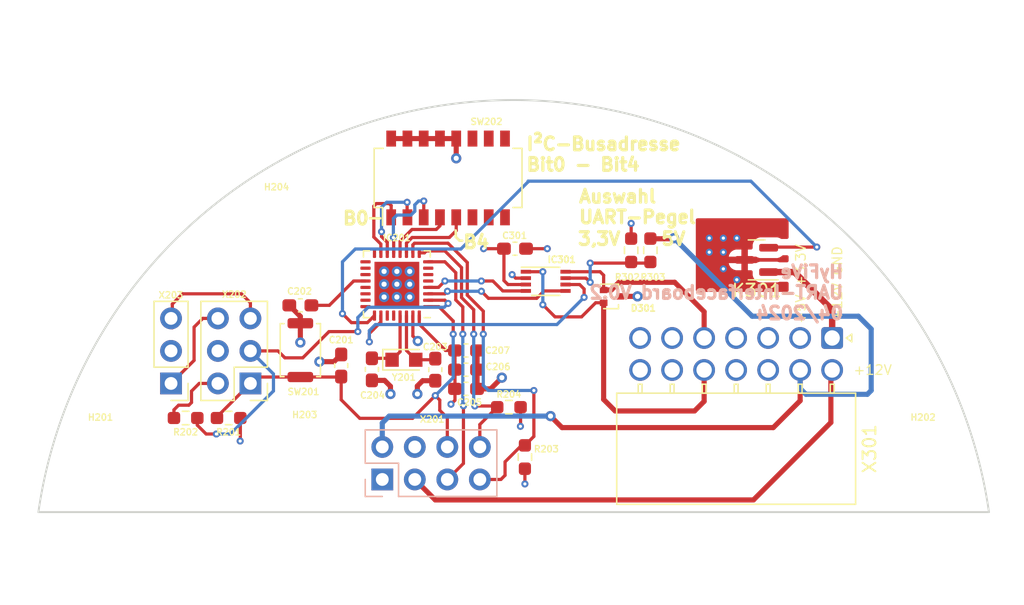
<source format=kicad_pcb>
(kicad_pcb (version 20211014) (generator pcbnew)
  (layers (0 "F.Cu" signal) (1 "In1.Cu" power "In1.GND") (2 "In2.Cu" power "In2.PWR") (31 "B.Cu" signal) (34 "B.Paste" user) (35 "F.Paste" user) (36 "B.SilkS" user "B.Silkscreen") (37 "F.SilkS" user "F.Silkscreen") (38 "B.Mask" user) (39 "F.Mask" user) (44 "Edge.Cuts" user))
  (net 0 "")
  (net 1 "/MCU/~{RST}{slash}SBWTDIO")
  (net 2 "GND")
  (net 3 "+3V3")
  (net 4 "/MCU/XIN")
  (net 5 "/MCU/XOUT")
  (net 6 "+5V")
  (net 7 "+12V")
  (net 8 "/MCU/GPIO_Reserve_B2B")
  (net 9 "/MCU/UCB0_SCL")
  (net 10 "/MCU/UCB0_SDA")
  (net 11 "/MCU/TEST_SBWTCK")
  (net 12 "/MCU/UCA0_TXD{slash}TCK")
  (net 13 "/MCU/UCA0_RXD{slash}TMS")
  (net 14 "/MCU/TDI")
  (net 15 "/MCU/UCA1_SPI_STE")
  (net 16 "/MCU/UCA1_SPI_CLK")
  (net 17 "/MCU/UCA1_SPI_MISO")
  (net 18 "/MCU/UCA1_SPI_MOSI")
  (net 19 "/MCU/UCB1_SDA")
  (net 20 "/MCU/UCB1_SCL")
  (net 21 "/MCU/ADDR_B4")
  (net 22 "/MCU/ADDR_B3")
  (net 23 "/MCU/ADDR_B2")
  (net 24 "/MCU/ADDR_B1")
  (net 25 "/MCU/ADDR_B0")
  (net 26 "Net-(C202-Pad1)")
  (net 27 "/MCU/Interface_~{RE}")
  (net 28 "/MCU/Interface_DE")
  (net 33 "Net-(R202-Pad1)")
  (net 40 "Net-(X202-Pad5)")
  (net 41 "Net-(X202-Pad6)")
  (net 43 "/MCU/Interface_Enable")
  (net 44 "Net-(D301-Pad1)")
  (net 45 "/MCU/Sensor_Lowside_Switch")
  (net 47 "Net-(D301-Pad2)")
  (net 52 "Net-(IC301-Pad7)")
  (net 55 "Net-(X301-Pad1)")
  (footprint "Capacitor_SMD:C_0603_1608Metric_Pad1.08x0.95mm_HandSolder" (layer "F.Cu") (at 131 53.575 -90)
    (fp_text reference "C203")
    (fp_text value "20pF")
  )
  (footprint "Capacitor_SMD:C_0603_1608Metric_Pad1.08x0.95mm_HandSolder" (layer "F.Cu") (at 137.225 44.125)
    (fp_text reference "C301")
    (fp_text value "100nF")
  )
  (footprint "MountingHole:MountingHole_2.7mm_M2.5" (layer "F.Cu") (at 118.6 43.01)
    (fp_text reference "H204")
    (fp_text value "MountingHole")
  )
  (footprint "Package_TO_SOT_SMD:SOT-416" (layer "F.Cu") (at 144.8 47.85)
    (fp_text reference "D301")
    (fp_text value "RCLAMP0582B")
  )
  (footprint "Capacitor_SMD:C_0603_1608Metric_Pad1.08x0.95mm_HandSolder" (layer "F.Cu") (at 133.4 52.075)
    (fp_text reference "C207")
    (fp_text value "4,7µF")
  )
  (footprint "Resistor_SMD:R_0603_1608Metric_Pad0.98x0.95mm_HandSolder" (layer "F.Cu") (at 146.3 44.25 -90)
    (fp_text reference "R302")
    (fp_text value "0R")
  )
  (footprint "Resistor_SMD:R_0603_1608Metric_Pad0.98x0.95mm_HandSolder" (layer "F.Cu") (at 136.75 56.5)
    (fp_text reference "R204")
    (fp_text value "10k NB")
  )
  (footprint "Capacitor_SMD:C_0603_1608Metric_Pad1.08x0.95mm_HandSolder" (layer "F.Cu") (at 120.46 48.55 180)
    (fp_text reference "C202")
    (fp_text value "1µF, <200m ESR")
  )
  (footprint "Package_TO_SOT_SMD:SOT-23" (layer "F.Cu") (at 156.1 45 180)
    (fp_text reference "K301")
    (fp_text value "SSM3K127TU")
  )
  (footprint "MountingHole:MountingHole_2.7mm_M2.5" (layer "F.Cu") (at 120.86 60.8)
    (fp_text reference "H203")
    (fp_text value "MountingHole")
  )
  (footprint "MountingHole:MountingHole_2.7mm_M2.5" (layer "F.Cu") (at 104.85 61)
    (fp_text reference "H201")
    (fp_text value "MountingHole")
  )
  (footprint "Resistor_SMD:R_0603_1608Metric_Pad0.98x0.95mm_HandSolder" (layer "F.Cu") (at 147.8 44.25 -90)
    (fp_text reference "R303")
    (fp_text value "0R n.b.")
  )
  (footprint "MountingHole:MountingHole_2.7mm_M2.5" (layer "F.Cu") (at 169.1 61)
    (fp_text reference "H202")
    (fp_text value "MountingHole")
  )
  (footprint "Resistor_SMD:R_0603_1608Metric_Pad0.98x0.95mm_HandSolder" (layer "F.Cu") (at 138 60.4 -90)
    (fp_text reference "R203")
    (fp_text value "10k NB")
  )
  (footprint "Connector_Molex:Molex_Nano-Fit_105314-xx14_2x07_P2.50mm_Horizontal" (layer "F.Cu") (at 162 51.1 -90)
    (fp_text reference "X301")
    (fp_text value "Molex Nano-Fit 105314-1*114")
  )
  (footprint "Capacitor_SMD:C_0603_1608Metric_Pad1.08x0.95mm_HandSolder" (layer "F.Cu") (at 133.4 55.075)
    (fp_text reference "C205")
    (fp_text value "100nF")
  )
  (footprint "Button_Switch_SMD:SW_DIP_SPSTx08_Slide_Omron_A6H-8101_W6.15mm_P1.27mm" (layer "F.Cu") (at 132 38.6 90)
    (fp_text reference "SW202")
    (fp_text value "A6H-8101")
  )
  (footprint "Crystal:Crystal_SMD_TXC_9HT11-2Pin_2.0x1.2mm_HandSoldering" (layer "F.Cu") (at 128.55 52.8)
    (fp_text reference "Y201")
    (fp_text value "9HT11-32.768KDZF-T ")
  )
  (footprint "Resistor_SMD:R_0603_1608Metric_Pad0.98x0.95mm_HandSolder" (layer "F.Cu") (at 114.86 57.35 180)
    (fp_text reference locked "R201")
    (fp_text value "47k")
  )
  (footprint "Connector_PinHeader_2.54mm:PinHeader_1x03_P2.54mm_Vertical" (layer "F.Cu") (at 110.36 54.65 180)
    (fp_text reference "X203")
    (fp_text value "Conn_01x03")
  )
  (footprint "Package_SO:VSSOP-8_2.3x2mm_P0.5mm" (layer "F.Cu") (at 139.625 46.675)
    (fp_text reference "IC301")
    (fp_text value "TXB0102DCU")
  )
  (footprint "Package_DFN_QFN:VQFN-32-1EP_5x5mm_P0.5mm_EP3.5x3.5mm" (layer "F.Cu") (at 128 46.9 180)
    (fp_text reference "IC201")
    (fp_text value "MSP430FR2673")
  )
  (footprint "Connector_PinHeader_2.54mm:PinHeader_2x03_P2.54mm_Vertical" (layer "F.Cu") (at 116.56 54.65 180)
    (fp_text reference "X202")
    (fp_text value "Conn_02x03_Counter_Clockwise")
  )
  (footprint "Capacitor_SMD:C_0603_1608Metric_Pad1.08x0.95mm_HandSolder" (layer "F.Cu") (at 126.05 53.55 -90)
    (fp_text reference "C204")
    (fp_text value "20pF")
  )
  (footprint "Button_Switch_SMD:SW_Push_SPST_NO_Alps_SKRK" (layer "F.Cu") (at 120.46 52.05 -90)
    (fp_text reference "SW201")
    (fp_text value "SKRKAEE020")
  )
  (footprint "Capacitor_SMD:C_0603_1608Metric_Pad1.08x0.95mm_HandSolder" (layer "F.Cu") (at 133.4 53.575)
    (fp_text reference "C206")
    (fp_text value "1µF")
  )
  (footprint "Resistor_SMD:R_0603_1608Metric_Pad0.98x0.95mm_HandSolder" (layer "F.Cu") (at 111.5 57.35)
    (fp_text reference "R202")
    (fp_text value "330")
  )
  (footprint "Capacitor_SMD:C_0603_1608Metric_Pad1.08x0.95mm_HandSolder" (layer "F.Cu") (at 123.65 53.25 90)
    (fp_text reference "C201")
    (fp_text value "1nF")
  )
  (footprint "Connector_PinSocket_2.54mm:PinSocket_2x04_P2.54mm_Vertical" (layer "B.Cu") (at 126.86 62.15 -90)
    (fp_text reference "X201")
    (fp_text value "ESQ-104-14-G-D")
  )
  (gr_line (start 132.6 43.2) (end 132.6 42.7) (layer "F.SilkS") (width 0.2))
  (gr_line (start 132.9 43.5) (end 132.6 43.2) (layer "F.SilkS") (width 0.2))
  (gr_line (start 125.9 41.75) (end 126.7 41.75) (layer "F.SilkS") (width 0.2))
  (gr_line (start 133.1 43.5) (end 132.9 43.5) (layer "F.SilkS") (width 0.2))
  (gr_arc (start 100 64.7) (mid 137.123578 32.514184) (end 174.247155 64.7) (layer "Edge.Cuts") (width 0.15))
  (gr_line (start 100 64.7) (end 174.247155 64.7) (layer "Edge.Cuts") (width 0.15))
  (gr_text "HyFiVe\nUART-Interfaceboard V0.2\n04/2024" (at 163 47.55) (layer "B.SilkS") (effects (font (size 1 1) (thickness 0.25)) (justify left mirror)))
  (gr_text "Auswahl\nUART-Pegel" (at 142.1 40.85) (layer "F.SilkS") (effects (font (size 1 1) (thickness 0.25)) (justify left)))
  (gr_text "+12V GND" (at 162.4 49.85 90) (layer "F.SilkS") (effects (font (size 0.75 0.75) (thickness 0.1)) (justify left)))
  (gr_text "3,3V" (at 143.8 43.35) (layer "F.SilkS") (effects (font (size 1 1) (thickness 0.25))))
  (gr_text "+5V +3,3V\n" (at 159.55 50.05 90) (layer "F.SilkS") (effects (font (size 0.75 0.75) (thickness 0.1)) (justify left)))
  (gr_text "5V" (at 149.6 43.35) (layer "F.SilkS") (effects (font (size 1 1) (thickness 0.25))))
  (gr_text "B4\n" (at 134.2 43.6) (layer "F.SilkS") (effects (font (size 1 1) (thickness 0.25))))
  (gr_text "B0" (at 124.8 41.75) (layer "F.SilkS") (effects (font (size 1 1) (thickness 0.25))))
  (gr_text "+12V\n" (at 163.6 53.6) (layer "F.SilkS") (effects (font (size 0.75 0.75) (thickness 0.1)) (justify left)))
  (gr_text "I²C-Busadresse\nBit0 - Bit4" (at 138 36.75) (layer "F.SilkS") (effects (font (size 1 1) (thickness 0.25)) (justify left)))
  (gr_text "\n" (at 159.8 50.1 90) (layer "F.SilkS") (effects (font (size 0.75 0.75) (thickness 0.1)) (justify left)))
  (segment (start 120.46 54.15) (end 117.06 54.15) (width 0.25) (layer "F.Cu") (net 1))
  (segment (start 123.6125 54.15) (end 123.65 54.1125) (width 0.25) (layer "F.Cu") (net 1))
  (segment (start 131.275 48.65) (end 130.45 48.65) (width 0.25) (layer "F.Cu") (net 1))
  (segment (start 131.35 56.75) (end 131.94 57.34) (width 0.25) (layer "F.Cu") (net 1))
  (segment (start 129.225 57.375) (end 125.1 57.375) (width 0.25) (layer "F.Cu") (net 1))
  (segment (start 132.4 49.775) (end 131.275 48.65) (width 0.25) (layer "F.Cu") (net 1))
  (segment (start 123.65 55.925) (end 123.65 54.1125) (width 0.25) (layer "F.Cu") (net 1))
  (segment (start 132.4 50.8) (end 132.4 49.775) (width 0.25) (layer "F.Cu") (net 1))
  (segment (start 131 55.6) (end 131.35 55.95) (width 0.25) (layer "F.Cu") (net 1))
  (segment (start 131.94 57.34) (end 131.94 59.61) (width 0.25) (layer "F.Cu") (net 1))
  (segment (start 117.06 54.15) (end 116.56 54.65) (width 0.25) (layer "F.Cu") (net 1))
  (segment (start 113.9475 57.35) (end 113.9475 57.2625) (width 0.25) (layer "F.Cu") (net 1))
  (segment (start 131 55.6) (end 129.225 57.375) (width 0.25) (layer "F.Cu") (net 1))
  (segment (start 125.1 57.375) (end 123.65 55.925) (width 0.25) (layer "F.Cu") (net 1))
  (segment (start 120.46 54.15) (end 123.6125 54.15) (width 0.25) (layer "F.Cu") (net 1))
  (segment (start 131.35 55.95) (end 131.35 56.75) (width 0.25) (layer "F.Cu") (net 1))
  (segment (start 113.9475 57.2625) (end 116.56 54.65) (width 0.25) (layer "F.Cu") (net 1))
  (via (at 131 55.6) (size 0.55) (drill 0.25) (layers "F.Cu" "B.Cu") (net 1))
  (via (at 132.4 50.8) (size 0.55) (drill 0.25) (layers "F.Cu" "B.Cu") (net 1))
  (segment (start 131 55.6) (end 132.4 54.2) (width 0.25) (layer "B.Cu") (net 1))
  (segment (start 132.4 54.2) (end 132.4 50.8) (width 0.25) (layer "B.Cu") (net 1))
  (segment (start 138.075 46.425) (end 137.275 46.425) (width 0.25) (layer "F.Cu") (net 2))
  (segment (start 120.46 49.95) (end 120.46 49.4125) (width 0.4) (layer "F.Cu") (net 2))
  (segment (start 138.0875 44.125) (end 139.75 44.125) (width 0.25) (layer "F.Cu") (net 2))
  (segment (start 134.2625 52.075) (end 134.2625 53.575) (width 0.4) (layer "F.Cu") (net 2))
  (segment (start 136.2 54.2) (end 135.325 55.075) (width 0.4) (layer "F.Cu") (net 2))
  (segment (start 127.5 54.875) (end 127.5 55.475) (width 0.4) (layer "F.Cu") (net 2))
  (segment (start 128.825 35.525) (end 130.095 35.525) (width 0.4) (layer "F.Cu") (net 2))
  (segment (start 120.46 49.95) (end 120.46 51.45) (width 0.4) (layer "F.Cu") (net 2))
  (segment (start 146.8 47.85) (end 145.45 47.85) (width 0.4) (layer "F.Cu") (net 2))
  (segment (start 121.95 52.95) (end 123.0875 52.95) (width 0.4) (layer "F.Cu") (net 2))
  (segment (start 132.635 35.525) (end 132.635 37.065) (width 0.4) (layer "F.Cu") (net 2))
  (segment (start 135.325 55.075) (end 134.2625 55.075) (width 0.4) (layer "F.Cu") (net 2))
  (segment (start 123.0875 52.95) (end 123.65 52.3875) (width 0.4) (layer "F.Cu") (net 2))
  (segment (start 131 54.4375) (end 130.0125 54.4375) (width 0.4) (layer "F.Cu") (net 2))
  (segment (start 132.635 35.525) (end 131.365 35.525) (width 0.4) (layer "F.Cu") (net 2))
  (segment (start 134.2625 53.575) (end 134.2625 55.075) (width 0.4) (layer "F.Cu") (net 2))
  (segment (start 127.0375 54.4125) (end 127.5 54.875) (width 0.4) (layer "F.Cu") (net 2))
  (segment (start 130.0125 54.4375) (end 129.6 54.85) (width 0.4) (layer "F.Cu") (net 2))
  (segment (start 129.6 54.85) (end 129.6 55.475) (width 0.4) (layer "F.Cu") (net 2))
  (segment (start 126.05 54.4125) (end 127.0375 54.4125) (width 0.4) (layer "F.Cu") (net 2))
  (segment (start 120.46 49.4125) (end 119.5975 48.55) (width 0.4) (layer "F.Cu") (net 2))
  (segment (start 129.25 50.949598) (end 129.637701 51.337299) (width 0.25) (layer "F.Cu") (net 2))
  (segment (start 137.275 46.425) (end 137 46.15) (width 0.25) (layer "F.Cu") (net 2))
  (segment (start 130.095 35.525) (end 131.365 35.525) (width 0.4) (layer "F.Cu") (net 2))
  (segment (start 129.25 49.35) (end 129.25 50.949598) (width 0.25) (layer "F.Cu") (net 2))
  (segment (start 127.555 35.525) (end 128.825 35.525) (width 0.4) (layer "F.Cu") (net 2))
  (via (at 153.5 45.7) (size 0.55) (drill 0.25) (layers "F.Cu" "B.Cu") (net 2))
  (via (at 129.637701 51.337299) (size 0.8) (drill 0.4) (layers "F.Cu" "B.Cu") (net 2))
  (via (at 132.635 37.065) (size 0.8) (drill 0.4) (layers "F.Cu" "B.Cu") (net 2))
  (via (at 139.75 44.125) (size 0.55) (drill 0.25) (layers "F.Cu" "B.Cu") (net 2))
  (via (at 154.55 43.3) (size 0.55) (drill 0.25) (layers "F.Cu" "B.Cu") (net 2))
  (via (at 129 45.9) (size 0.8) (drill 0.4) (layers "F.Cu" "B.Cu") (net 2))
  (via (at 136.2 54.2) (size 0.8) (drill 0.4) (layers "F.Cu" "B.Cu") (net 2))
  (via (at 137 46.15) (size 0.55) (drill 0.25) (layers "F.Cu" "B.Cu") (net 2))
  (via (at 127 46.9) (size 0.8) (drill 0.4) (layers "F.Cu" "B.Cu") (net 2))
  (via (at 146.8 47.85) (size 0.8) (drill 0.4) (layers "F.Cu" "B.Cu") (net 2))
  (via (at 121.95 52.95) (size 0.8) (drill 0.4) (layers "F.Cu" "B.Cu") (net 2))
  (via (at 128 45.9) (size 0.8) (drill 0.4) (layers "F.Cu" "B.Cu") (net 2))
  (via (at 129 47.9) (size 0.8) (drill 0.4) (layers "F.Cu" "B.Cu") (net 2))
  (via (at 120.46 51.45) (size 0.8) (drill 0.4) (layers "F.Cu" "B.Cu") (net 2))
  (via (at 127 45.9) (size 0.8) (drill 0.4) (layers "F.Cu" "B.Cu") (net 2))
  (via (at 153.5 43.3) (size 0.55) (drill 0.25) (layers "F.Cu" "B.Cu") (net 2))
  (via (at 154.55 46.55) (size 0.55) (drill 0.25) (layers "F.Cu" "B.Cu") (net 2))
  (via (at 153.5 44.4) (size 0.55) (drill 0.25) (layers "F.Cu" "B.Cu") (net 2))
  (via (at 128 47.9) (size 0.8) (drill 0.4) (layers "F.Cu" "B.Cu") (net 2))
  (via (at 128 46.9) (size 0.8) (drill 0.4) (layers "F.Cu" "B.Cu") (net 2))
  (via (at 152.4 43.3) (size 0.55) (drill 0.25) (layers "F.Cu" "B.Cu") (net 2))
  (via (at 129 46.9) (size 0.8) (drill 0.4) (layers "F.Cu" "B.Cu") (net 2))
  (via (at 127 47.9) (size 0.8) (drill 0.4) (layers "F.Cu" "B.Cu") (net 2))
  (via (at 129.6 55.475) (size 0.8) (drill 0.4) (layers "F.Cu" "B.Cu") (net 2))
  (via (at 127.5 55.475) (size 0.8) (drill 0.4) (layers "F.Cu" "B.Cu") (net 2))
  (via (at 152.4 44.4) (size 0.55) (drill 0.25) (layers "F.Cu" "B.Cu") (net 2))
  (segment (start 115.76 59.15) (end 115.7725 59.1375) (width 0.25) (layer "F.Cu") (net 3))
  (segment (start 136.3625 46.6125) (end 136.675 46.925) (width 0.25) (layer "F.Cu") (net 3))
  (segment (start 115.7725 59.1375) (end 115.7725 57.35) (width 0.25) (layer "F.Cu") (net 3))
  (segment (start 136.3625 44.125) (end 134.775 44.125) (width 0.25) (layer "F.Cu") (net 3))
  (segment (start 146.3 42.15) (end 146.3 43.3375) (width 0.25) (layer "F.Cu") (net 3))
  (segment (start 137.6625 57.9875) (end 137.6625 56.5) (width 0.25) (layer "F.Cu") (net 3))
  (segment (start 132.5375 55.9625) (end 132.5375 53.575) (width 0.25) (layer "F.Cu") (net 3))
  (segment (start 129.75 49.35) (end 129.75 50.025) (width 0.25) (layer "F.Cu") (net 3))
  (segment (start 132.5375 52.075) (end 132.5375 53.575) (width 0.25) (layer "F.Cu") (net 3))
  (segment (start 136.3625 44.125) (end 136.3625 46.6125) (width 0.25) (layer "F.Cu") (net 3))
  (segment (start 129.75 50.025) (end 131.8 52.075) (width 0.25) (layer "F.Cu") (net 3))
  (segment (start 136.675 46.925) (end 138.075 46.925) (width 0.25) (layer "F.Cu") (net 3))
  (segment (start 132.225 56.275) (end 132.5375 55.9625) (width 0.25) (layer "F.Cu") (net 3))
  (segment (start 137.65 58) (end 137.6625 57.9875) (width 0.25) (layer "F.Cu") (net 3))
  (segment (start 138 62.5) (end 138 61.3125) (width 0.25) (layer "F.Cu") (net 3))
  (segment (start 131.8 52.075) (end 132.5375 52.075) (width 0.25) (layer "F.Cu") (net 3))
  (via (at 134.775 44.125) (size 0.55) (drill 0.25) (layers "F.Cu" "B.Cu") (net 3))
  (via (at 137.65 58) (size 0.55) (drill 0.25) (layers "F.Cu" "B.Cu") (net 3))
  (via (at 115.76 59.15) (size 0.55) (drill 0.25) (layers "F.Cu" "B.Cu") (net 3))
  (via (at 132.225 56.275) (size 0.55) (drill 0.25) (layers "F.Cu" "B.Cu") (net 3))
  (via (at 138 62.5) (size 0.55) (drill 0.25) (layers "F.Cu" "B.Cu") (net 3))
  (via (at 146.3 42.15) (size 0.55) (drill 0.25) (layers "F.Cu" "B.Cu") (net 3))
  (segment (start 128.75 52.075) (end 128.75 49.35) (width 0.25) (layer "F.Cu") (net 4))
  (segment (start 129.475 52.8) (end 130.9375 52.8) (width 0.25) (layer "F.Cu") (net 4))
  (segment (start 129.475 52.8) (end 128.75 52.075) (width 0.25) (layer "F.Cu") (net 4))
  (segment (start 130.9375 52.8) (end 131.05 52.6875) (width 0.25) (layer "F.Cu") (net 4))
  (segment (start 127.5125 52.6875) (end 127.625 52.8) (width 0.25) (layer "F.Cu") (net 5))
  (segment (start 126.05 52.6875) (end 127.5125 52.6875) (width 0.25) (layer "F.Cu") (net 5))
  (segment (start 128.25 49.35) (end 128.25 52.175) (width 0.25) (layer "F.Cu") (net 5))
  (segment (start 128.25 52.175) (end 127.625 52.8) (width 0.25) (layer "F.Cu") (net 5))
  (segment (start 157.4 58.1) (end 159.5 56) (width 0.4) (layer "F.Cu") (net 6))
  (segment (start 147.8125 43.35) (end 147.8 43.3375) (width 0.4) (layer "F.Cu") (net 6))
  (segment (start 149.6 43.35) (end 147.8125 43.35) (width 0.4) (layer "F.Cu") (net 6))
  (segment (start 159.5 56) (end 159.5 53.6) (width 0.4) (layer "F.Cu") (net 6))
  (segment (start 140 57.2) (end 140.9 58.1) (width 0.4) (layer "F.Cu") (net 6))
  (segment (start 140.9 58.1) (end 157.4 58.1) (width 0.4) (layer "F.Cu") (net 6))
  (segment (start 149.65 43.3) (end 149.6 43.35) (width 0.4) (layer "F.Cu") (net 6))
  (via (at 140 57.2) (size 0.8) (drill 0.4) (layers "F.Cu" "B.Cu") (net 6))
  (via (at 149.65 43.3) (size 0.8) (drill 0.4) (layers "F.Cu" "B.Cu") (net 6))
  (segment (start 149.65 43.3) (end 155.750489 49.400489) (width 0.4) (layer "B.Cu") (net 6))
  (segment (start 159.5 55.05) (end 159.5 53.6) (width 0.4) (layer "B.Cu") (net 6))
  (segment (start 164.050489 49.400489) (end 165.05 50.4) (width 0.4) (layer "B.Cu") (net 6))
  (segment (start 165.05 55.2) (end 164.75 55.5) (width 0.4) (layer "B.Cu") (net 6))
  (segment (start 164.75 55.5) (end 159.95 55.5) (width 0.4) (layer "B.Cu") (net 6))
  (segment (start 140 57.2) (end 127.4 57.2) (width 0.4) (layer "B.Cu") (net 6))
  (segment (start 165.05 50.4) (end 165.05 55.2) (width 0.4) (layer "B.Cu") (net 6))
  (segment (start 155.750489 49.400489) (end 164.050489 49.400489) (width 0.4) (layer "B.Cu") (net 6))
  (segment (start 127.4 57.2) (end 126.86 57.74) (width 0.4) (layer "B.Cu") (net 6))
  (segment (start 159.95 55.5) (end 159.5 55.05) (width 0.4) (layer "B.Cu") (net 6))
  (segment (start 159.5 54) (end 159.9 53.6) (width 0.4) (layer "B.Cu") (net 6))
  (segment (start 126.86 57.74) (end 126.86 59.61) (width 0.4) (layer "B.Cu") (net 6))
  (segment (start 131 63.75) (end 155.85 63.75) (width 0.4) (layer "F.Cu") (net 7))
  (segment (start 155.85 63.75) (end 161.9 57.7) (width 0.4) (layer "F.Cu") (net 7))
  (segment (start 129.4 62.15) (end 131 63.75) (width 0.4) (layer "F.Cu") (net 7))
  (segment (start 161.9 53.7) (end 162 53.6) (width 0.4) (layer "F.Cu") (net 7))
  (segment (start 161.9 57.7) (end 161.9 53.7) (width 0.4) (layer "F.Cu") (net 7))
  (segment (start 133.2 56.4) (end 133.2 60.9) (width 0.25) (layer "F.Cu") (net 8))
  (segment (start 132.60048 45.99948) (end 131.751 45.15) (width 0.25) (layer "F.Cu") (net 8))
  (segment (start 131.95 62.15) (end 131.94 62.15) (width 0.25) (layer "F.Cu") (net 8))
  (segment (start 133.2 60.9) (end 131.95 62.15) (width 0.25) (layer "F.Cu") (net 8))
  (segment (start 131.751 45.15) (end 130.45 45.15) (width 0.25) (layer "F.Cu") (net 8))
  (segment (start 133.15 50.8) (end 133.15 48.677162) (width 0.25) (layer "F.Cu") (net 8))
  (segment (start 132.60048 48.127641) (end 132.60048 45.99948) (width 0.25) (layer "F.Cu") (net 8))
  (segment (start 133.15 48.677162) (end 132.60048 48.127641) (width 0.25) (layer "F.Cu") (net 8))
  (via (at 133.15 50.8) (size 0.55) (drill 0.25) (layers "F.Cu" "B.Cu") (net 8))
  (via (at 133.2 56.4) (size 0.55) (drill 0.25) (layers "F.Cu" "B.Cu") (net 8))
  (segment (start 133.15 56.35) (end 133.15 50.8) (width 0.25) (layer "B.Cu") (net 8))
  (segment (start 133.2 56.4) (end 133.15 56.35) (width 0.25) (layer "B.Cu") (net 8))
  (segment (start 129.375 43.7) (end 129.25 43.825) (width 0.25) (layer "F.Cu") (net 9))
  (segment (start 134.75 49.005727) (end 133.5 47.755727) (width 0.25) (layer "F.Cu") (net 9))
  (segment (start 133.5 47.755727) (end 133.5 45.20334) (width 0.25) (layer "F.Cu") (net 9))
  (segment (start 133.5 45.20334) (end 131.99666 43.7) (width 0.25) (layer "F.Cu") (net 9))
  (segment (start 138.7 55.2) (end 138.7 58.7875) (width 0.25) (layer "F.Cu") (net 9))
  (segment (start 138 59.4875) (end 137.7375 59.4875) (width 0.25) (layer "F.Cu") (net 9))
  (segment (start 134.75 50.8) (end 134.75 49.005727) (width 0.25) (layer "F.Cu") (net 9))
  (segment (start 129.25 43.825) (end 129.25 44.45) (width 0.25) (layer "F.Cu") (net 9))
  (segment (start 136.45 60.775) (end 136.45 61.825) (width 0.25) (layer "F.Cu") (net 9))
  (segment (start 134.48 62.15) (end 136.125 62.15) (width 0.25) (layer "F.Cu") (net 9))
  (segment (start 137.7375 59.4875) (end 136.45 60.775) (width 0.25) (layer "F.Cu") (net 9))
  (segment (start 138.7 58.7875) (end 138 59.4875) (width 0.25) (layer "F.Cu") (net 9))
  (segment (start 136.45 61.825) (end 136.125 62.15) (width 0.25) (layer "F.Cu") (net 9))
  (segment (start 131.99666 43.7) (end 129.375 43.7) (width 0.25) (layer "F.Cu") (net 9))
  (via (at 134.75 50.8) (size 0.55) (drill 0.25) (layers "F.Cu" "B.Cu") (net 9))
  (via (at 138.7 55.2) (size 0.55) (drill 0.25) (layers "F.Cu" "B.Cu") (net 9))
  (segment (start 135.15 55.2) (end 134.75 54.8) (width 0.25) (layer "B.Cu") (net 9))
  (segment (start 138.7 55.2) (end 135.15 55.2) (width 0.25) (layer "B.Cu") (net 9))
  (segment (start 134.75 54.8) (end 134.75 50.8) (width 0.25) (layer "B.Cu") (net 9))
  (segment (start 133.05 45.601162) (end 131.748327 44.299489) (width 0.25) (layer "F.Cu") (net 10))
  (segment (start 130.15 44.45) (end 129.75 44.45) (width 0.25) (layer "F.Cu") (net 10))
  (segment (start 133.05 47.941444) (end 133.05 45.601162) (width 0.25) (layer "F.Cu") (net 10))
  (segment (start 134.48 57.8575) (end 134.48 59.61) (width 0.25) (layer "F.Cu") (net 10))
  (segment (start 130.792388 44.2995) (end 130.3005 44.2995) (width 0.25) (layer "F.Cu") (net 10))
  (segment (start 135.8375 56.5) (end 134.48 57.8575) (width 0.25) (layer "F.Cu") (net 10))
  (segment (start 134 50.8) (end 134 48.891444) (width 0.25) (layer "F.Cu") (net 10))
  (segment (start 134.088589 56.411411) (end 135.748911 56.411411) (width 0.25) (layer "F.Cu") (net 10))
  (segment (start 130.792434 44.299546) (end 130.792388 44.2995) (width 0.25) (layer "F.Cu") (net 10))
  (segment (start 130.3005 44.2995) (end 130.15 44.45) (width 0.25) (layer "F.Cu") (net 10))
  (segment (start 131.748327 44.299489) (end 130.792491 44.299489) (width 0.25) (layer "F.Cu") (net 10))
  (segment (start 134 48.891444) (end 133.05 47.941444) (width 0.25) (layer "F.Cu") (net 10))
  (segment (start 135.748911 56.411411) (end 135.8375 56.5) (width 0.25) (layer "F.Cu") (net 10))
  (via (at 134.088589 56.411411) (size 0.55) (drill 0.25) (layers "F.Cu" "B.Cu") (net 10))
  (via (at 134 50.8) (size 0.55) (drill 0.25) (layers "F.Cu" "B.Cu") (net 10))
  (segment (start 134 56.322822) (end 134 50.8) (width 0.25) (layer "B.Cu") (net 10))
  (segment (start 134.088589 56.411411) (end 134 56.322822) (width 0.25) (layer "B.Cu") (net 10))
  (segment (start 122.7 50.6) (end 120.65 52.65) (width 0.25) (layer "F.Cu") (net 11))
  (segment (start 112.4125 57.9125) (end 112.4125 57.35) (width 0.25) (layer "F.Cu") (net 11))
  (segment (start 113.9 58.6) (end 113.1 58.6) (width 0.25) (layer "F.Cu") (net 11))
  (segment (start 124.95 50.6) (end 122.7 50.6) (width 0.25) (layer "F.Cu") (net 11))
  (segment (start 132 48.4) (end 131.75 48.15) (width 0.25) (layer "F.Cu") (net 11))
  (segment (start 118.71 52.11) (end 116.56 52.11) (width 0.25) (layer "F.Cu") (net 11))
  (segment (start 119.25 52.65) (end 118.71 52.11) (width 0.25) (layer "F.Cu") (net 11))
  (segment (start 120.65 52.65) (end 119.25 52.65) (width 0.25) (layer "F.Cu") (net 11))
  (segment (start 131.75 48.15) (end 130.45 48.15) (width 0.25) (layer "F.Cu") (net 11))
  (segment (start 113.1 58.6) (end 112.4125 57.9125) (width 0.25) (layer "F.Cu") (net 11))
  (via (at 124.95 50.6) (size 0.55) (drill 0.25) (layers "F.Cu" "B.Cu") (net 11))
  (via (at 132 48.4) (size 0.55) (drill 0.25) (layers "F.Cu" "B.Cu") (net 11))
  (via (at 113.9 58.6) (size 0.55) (drill 0.25) (layers "F.Cu" "B.Cu") (net 11))
  (segment (start 118.36 55.239022) (end 118.36 53.91) (width 0.25) (layer "B.Cu") (net 11))
  (segment (start 118.36 53.91) (end 116.56 52.11) (width 0.25) (layer "B.Cu") (net 11))
  (segment (start 125.75 48.7) (end 124.95 49.5) (width 0.25) (layer "B.Cu") (net 11))
  (segment (start 113.9 58.6) (end 114.999022 58.6) (width 0.25) (layer "B.Cu") (net 11))
  (segment (start 114.999022 58.6) (end 118.36 55.239022) (width 0.25) (layer "B.Cu") (net 11))
  (segment (start 132 48.4) (end 131.7 48.7) (width 0.25) (layer "B.Cu") (net 11))
  (segment (start 131.7 48.7) (end 125.75 48.7) (width 0.25) (layer "B.Cu") (net 11))
  (segment (start 124.95 49.5) (end 124.95 50.6) (width 0.25) (layer "B.Cu") (net 11))
  (segment (start 131.75 47.65) (end 131.95 47.45) (width 0.25) (layer "F.Cu") (net 12))
  (segment (start 134.6 47.45) (end 135.15 48) (width 0.25) (layer "F.Cu") (net 12))
  (segment (start 130.45 47.65) (end 131.75 47.65) (width 0.25) (layer "F.Cu") (net 12))
  (segment (start 138.925 48) (end 139.5 47.425) (width 0.25) (layer "F.Cu") (net 12))
  (segment (start 135.15 48) (end 138.925 48) (width 0.25) (layer "F.Cu") (net 12))
  (segment (start 139.5 47.425) (end 141.175 47.425) (width 0.25) (layer "F.Cu") (net 12))
  (via (at 131.95 47.45) (size 0.55) (drill 0.25) (layers "F.Cu" "B.Cu") (net 12))
  (via (at 134.6 47.45) (size 0.55) (drill 0.25) (layers "F.Cu" "B.Cu") (net 12))
  (segment (start 131.95 47.45) (end 134.6 47.45) (width 0.25) (layer "B.Cu") (net 12))
  (segment (start 131.25 47.15) (end 131.75 46.65) (width 0.25) (layer "F.Cu") (net 13))
  (segment (start 130.45 47.15) (end 131.25 47.15) (width 0.25) (layer "F.Cu") (net 13))
  (segment (start 136.275 47.425) (end 138.075 47.425) (width 0.25) (layer "F.Cu") (net 13))
  (segment (start 135.5 46.65) (end 136.275 47.425) (width 0.25) (layer "F.Cu") (net 13))
  (segment (start 134.6 46.65) (end 135.5 46.65) (width 0.25) (layer "F.Cu") (net 13))
  (via (at 134.6 46.65) (size 0.55) (drill 0.25) (layers "F.Cu" "B.Cu") (net 13))
  (via (at 131.75 46.65) (size 0.55) (drill 0.25) (layers "F.Cu" "B.Cu") (net 13))
  (segment (start 134.6 46.65) (end 131.75 46.65) (width 0.25) (layer "B.Cu") (net 13))
  (segment (start 129.188802 43.25048) (end 128.75 43.689282) (width 0.25) (layer "F.Cu") (net 21))
  (segment (start 132.635 42.71548) (end 132.1 43.25048) (width 0.25) (layer "F.Cu") (net 21))
  (segment (start 132.1 43.25048) (end 129.188802 43.25048) (width 0.25) (layer "F.Cu") (net 21))
  (segment (start 128.75 43.689282) (end 128.75 44.45) (width 0.25) (layer "F.Cu") (net 21))
  (segment (start 132.635 41.675) (end 132.635 42.71548) (width 0.25) (layer "F.Cu") (net 21))
  (segment (start 128.25 44.45) (end 128.25 43.553564) (width 0.25) (layer "F.Cu") (net 22))
  (segment (start 131.365 42.335) (end 131.365 41.675) (width 0.25) (layer "F.Cu") (net 22))
  (segment (start 128.25 43.553564) (end 129.179053 42.624511) (width 0.25) (layer "F.Cu") (net 22))
  (segment (start 131.075489 42.624511) (end 131.365 42.335) (width 0.25) (layer "F.Cu") (net 22))
  (segment (start 129.179053 42.624511) (end 131.075489 42.624511) (width 0.25) (layer "F.Cu") (net 22))
  (segment (start 130.1 41.67) (end 130.095 41.675) (width 0.25) (layer "F.Cu") (net 23))
  (segment (start 127.75 43.281557) (end 127.727708 43.259265) (width 0.25) (layer "F.Cu") (net 23))
  (segment (start 130.1 40.4) (end 130.1 41.67) (width 0.25) (layer "F.Cu") (net 23))
  (segment (start 127.75 44.45) (end 127.75 43.281557) (width 0.25) (layer "F.Cu") (net 23))
  (via (at 127.727708 43.259265) (size 0.55) (drill 0.25) (layers "F.Cu" "B.Cu") (net 23))
  (via (at 130.1 40.4) (size 0.55) (drill 0.25) (layers "F.Cu" "B.Cu") (net 23))
  (segment (start 127.727708 43.259265) (end 127.727708 41.772292) (width 0.25) (layer "B.Cu") (net 23))
  (segment (start 128 41.5) (end 129.1 41.5) (width 0.25) (layer "B.Cu") (net 23))
  (segment (start 129.399511 41.200489) (end 129.399511 40.700489) (width 0.25) (layer "B.Cu") (net 23))
  (segment (start 129.1 41.5) (end 129.399511 41.200489) (width 0.25) (layer "B.Cu") (net 23))
  (segment (start 129.7 40.4) (end 130.1 40.4) (width 0.25) (layer "B.Cu") (net 23))
  (segment (start 127.727708 41.772292) (end 128 41.5) (width 0.25) (layer "B.Cu") (net 23))
  (segment (start 129.399511 40.700489) (end 129.7 40.4) (width 0.25) (layer "B.Cu") (net 23))
  (segment (start 126.8 43.179395) (end 127.25 43.629395) (width 0.25) (layer "F.Cu") (net 24))
  (segment (start 128.8 40.5) (end 128.8 41.65) (width 0.25) (layer "F.Cu") (net 24))
  (segment (start 126.8 42.8) (end 126.8 43.179395) (width 0.25) (layer "F.Cu") (net 24))
  (segment (start 128.8 41.65) (end 128.825 41.675) (width 0.25) (layer "F.Cu") (net 24))
  (segment (start 127.25 43.629395) (end 127.25 44.45) (width 0.25) (layer "F.Cu") (net 24))
  (via (at 126.8 42.8) (size 0.55) (drill 0.25) (layers "F.Cu" "B.Cu") (net 24))
  (via (at 128.8 40.5) (size 0.55) (drill 0.25) (layers "F.Cu" "B.Cu") (net 24))
  (segment (start 127.2 40.5) (end 128.8 40.5) (width 0.25) (layer "B.Cu") (net 24))
  (segment (start 126.8 40.9) (end 127.2 40.5) (width 0.25) (layer "B.Cu") (net 24))
  (segment (start 126.8 42.8) (end 126.8 40.9) (width 0.25) (layer "B.Cu") (net 24))
  (segment (start 127.555 41.675) (end 127.555 40.755) (width 0.25) (layer "F.Cu") (net 25))
  (segment (start 126.2 40.8) (end 126.2 43.215113) (width 0.25) (layer "F.Cu") (net 25))
  (segment (start 126.75 43.765113) (end 126.75 44.45) (width 0.25) (layer "F.Cu") (net 25))
  (segment (start 127.4 40.6) (end 126.4 40.6) (width 0.25) (layer "F.Cu") (net 25))
  (segment (start 127.555 40.755) (end 127.4 40.6) (width 0.25) (layer "F.Cu") (net 25))
  (segment (start 126.4 40.6) (end 126.2 40.8) (width 0.25) (layer "F.Cu") (net 25))
  (segment (start 126.2 43.215113) (end 126.75 43.765113) (width 0.25) (layer "F.Cu") (net 25))
  (segment (start 121.3225 48.55) (end 122.725 48.55) (width 0.25) (layer "F.Cu") (net 26))
  (segment (start 124.625 46.65) (end 122.725 48.55) (width 0.25) (layer "F.Cu") (net 26))
  (segment (start 125.55 46.65) (end 124.625 46.65) (width 0.25) (layer "F.Cu") (net 26))
  (segment (start 114.02 54.65) (end 112.56 54.65) (width 0.25) (layer "F.Cu") (net 33))
  (segment (start 110.5875 56.7125) (end 110.5875 57.35) (width 0.25) (layer "F.Cu") (net 33))
  (segment (start 111.75 56.35) (end 110.95 56.35) (width 0.25) (layer "F.Cu") (net 33))
  (segment (start 111.96 55.25) (end 111.96 56.14) (width 0.25) (layer "F.Cu") (net 33))
  (segment (start 112.56 54.65) (end 111.96 55.25) (width 0.25) (layer "F.Cu") (net 33))
  (segment (start 111.96 56.14) (end 111.75 56.35) (width 0.25) (layer "F.Cu") (net 33))
  (segment (start 110.95 56.35) (end 110.5875 56.7125) (width 0.25) (layer "F.Cu") (net 33))
  (segment (start 116.56 48.35) (end 116.56 49.57) (width 0.25) (layer "F.Cu") (net 40))
  (segment (start 111.26 47.65) (end 115.86 47.65) (width 0.25) (layer "F.Cu") (net 40))
  (segment (start 110.46 48.45) (end 111.26 47.65) (width 0.25) (layer "F.Cu") (net 40))
  (segment (start 110.46 50.31) (end 110.46 48.45) (width 0.25) (layer "F.Cu") (net 40))
  (segment (start 115.86 47.65) (end 116.56 48.35) (width 0.25) (layer "F.Cu") (net 40))
  (segment (start 112.84 49.57) (end 114.02 49.57) (width 0.25) (layer "F.Cu") (net 41))
  (segment (start 112.16 50.25) (end 112.84 49.57) (width 0.25) (layer "F.Cu") (net 41))
  (segment (start 112.16 52.85) (end 112.16 50.25) (width 0.25) (layer "F.Cu") (net 41))
  (segment (start 110.36 54.65) (end 112.16 52.85) (width 0.25) (layer "F.Cu") (net 41))
  (segment (start 142.275 46.925) (end 141.175 46.925) (width 0.25) (layer "F.Cu") (net 43))
  (segment (start 126.75 49.85) (end 126.15 50.45) (width 0.25) (layer "F.Cu") (net 43))
  (segment (start 142.625 47.925) (end 142.625 47.275) (width 0.25) (layer "F.Cu") (net 43))
  (segment (start 142.625 47.275) (end 142.275 46.925) (width 0.25) (layer "F.Cu") (net 43))
  (segment (start 125.85 50.75) (end 125.85 51.4) (width 0.25) (layer "F.Cu") (net 43))
  (segment (start 126.15 50.45) (end 125.85 50.75) (width 0.25) (layer "F.Cu") (net 43))
  (segment (start 126.75 49.35) (end 126.75 49.85) (width 0.25) (layer "F.Cu") (net 43))
  (via (at 142.625 47.925) (size 0.55) (drill 0.25) (layers "F.Cu" "B.Cu") (net 43))
  (via (at 125.85 51.4) (size 0.55) (drill 0.25) (layers "F.Cu" "B.Cu") (net 43))
  (segment (start 125.85 50.525) (end 125.85 51.4) (width 0.25) (layer "B.Cu") (net 43))
  (segment (start 140.5 50.05) (end 126.325 50.05) (width 0.25) (layer "B.Cu") (net 43))
  (segment (start 142.625 47.925) (end 140.5 50.05) (width 0.25) (layer "B.Cu") (net 43))
  (segment (start 126.325 50.05) (end 125.85 50.525) (width 0.25) (layer "B.Cu") (net 43))
  (segment (start 144.15 47.35) (end 144.75 47.35) (width 0.4) (layer "F.Cu") (net 44))
  (segment (start 152 49.05) (end 152 51.1) (width 0.4) (layer "F.Cu") (net 44))
  (segment (start 145.35 46.75) (end 149.7 46.75) (width 0.4) (layer "F.Cu") (net 44))
  (segment (start 144.15 46.2) (end 144.15 47.35) (width 0.25) (layer "F.Cu") (net 44))
  (segment (start 141.175 45.925) (end 143.875 45.925) (width 0.25) (layer "F.Cu") (net 44))
  (segment (start 149.7 46.75) (end 152 49.05) (width 0.4) (layer "F.Cu") (net 44))
  (segment (start 144.75 47.35) (end 145.35 46.75) (width 0.4) (layer "F.Cu") (net 44))
  (segment (start 143.875 45.925) (end 144.15 46.2) (width 0.25) (layer "F.Cu") (net 44))
  (segment (start 125.7 49.9) (end 124.45 49.9) (width 0.25) (layer "F.Cu") (net 45))
  (segment (start 160.8 44) (end 157.0875 44) (width 0.25) (layer "F.Cu") (net 45))
  (segment (start 124.45 49.9) (end 123.75 49.2) (width 0.25) (layer "F.Cu") (net 45))
  (segment (start 126.25 49.35) (end 125.7 49.9) (width 0.25) (layer "F.Cu") (net 45))
  (segment (start 157.0875 44) (end 157.0375 44.05) (width 0.25) (layer "F.Cu") (net 45))
  (via (at 160.8 44) (size 0.55) (drill 0.25) (layers "F.Cu" "B.Cu") (net 45))
  (via (at 123.75 49.2) (size 0.55) (drill 0.25) (layers "F.Cu" "B.Cu") (net 45))
  (segment (start 138.25 38.9) (end 138.25 38.85) (width 0.25) (layer "B.Cu") (net 45))
  (segment (start 138.25 38.85) (end 155.65 38.85) (width 0.25) (layer "B.Cu") (net 45))
  (segment (start 123.75 45.15) (end 124.75 44.15) (width 0.25) (layer "B.Cu") (net 45))
  (segment (start 133 44.15) (end 138.25 38.9) (width 0.25) (layer "B.Cu") (net 45))
  (segment (start 155.65 38.85) (end 160.8 44) (width 0.25) (layer "B.Cu") (net 45))
  (segment (start 123.75 49.2) (end 123.75 45.15) (width 0.25) (layer "B.Cu") (net 45))
  (segment (start 124.75 44.15) (end 133 44.15) (width 0.25) (layer "B.Cu") (net 45))
  (segment (start 139.4 48.5) (end 140.3505 49.4505) (width 0.25) (layer "F.Cu") (net 47))
  (segment (start 140.3505 49.4505) (end 142.4245 49.4505) (width 0.25) (layer "F.Cu") (net 47))
  (segment (start 144.15 48.35) (end 144.15 55.9) (width 0.4) (layer "F.Cu") (net 47))
  (segment (start 139.4 45.925) (end 138.075 45.925) (width 0.25) (layer "F.Cu") (net 47))
  (segment (start 143.525 48.35) (end 144.15 48.35) (width 0.25) (layer "F.Cu") (net 47))
  (segment (start 145.05 56.8) (end 151.25 56.8) (width 0.4) (layer "F.Cu") (net 47))
  (segment (start 144.15 55.9) (end 145.05 56.8) (width 0.4) (layer "F.Cu") (net 47))
  (segment (start 152 56.05) (end 152 53.6) (width 0.4) (layer "F.Cu") (net 47))
  (segment (start 151.25 56.8) (end 152 56.05) (width 0.4) (layer "F.Cu") (net 47))
  (segment (start 142.4245 49.4505) (end 143.525 48.35) (width 0.25) (layer "F.Cu") (net 47))
  (via (at 139.4 45.925) (size 0.55) (drill 0.25) (layers "F.Cu" "B.Cu") (net 47))
  (via (at 139.4 48.5) (size 0.55) (drill 0.25) (layers "F.Cu" "B.Cu") (net 47))
  (segment (start 139.4 48.5) (end 139.4 45.925) (width 0.25) (layer "B.Cu") (net 47))
  (segment (start 142.725 46.425) (end 142.775 46.425) (width 0.25) (layer "F.Cu") (net 52))
  (segment (start 143.1 45.25) (end 147.7125 45.25) (width 0.25) (layer "F.Cu") (net 52))
  (segment (start 147.7125 45.25) (end 147.8 45.1625) (width 0.25) (layer "F.Cu") (net 52))
  (segment (start 142.775 46.425) (end 143.1 46.75) (width 0.25) (layer "F.Cu") (net 52))
  (segment (start 141.175 46.425) (end 142.725 46.425) (width 0.25) (layer "F.Cu") (net 52))
  (via (at 143.1 46.75) (size 0.55) (drill 0.25) (layers "F.Cu" "B.Cu") (net 52))
  (via (at 143.1 45.25) (size 0.55) (drill 0.25) (layers "F.Cu" "B.Cu") (net 52))
  (segment (start 143.1 46.75) (end 143.1 45.25) (width 0.25) (layer "B.Cu") (net 52))
  (segment (start 162 48.9) (end 159.05 45.95) (width 0.5) (layer "F.Cu") (net 55))
  (segment (start 162 51.1) (end 162 48.9) (width 0.5) (layer "F.Cu") (net 55))
  (segment (start 159.05 45.95) (end 157.0375 45.95) (width 0.5) (layer "F.Cu") (net 55))
  (zone (net 2) (net_name "GND") (layer "F.Cu") (connect_pads (clearance 0.508)) (min_thickness 0.254) (fill yes (thermal_gap 0.508) (thermal_bridge_width 0.508))
    (polygon (pts (xy 158.6 47.5) (xy 151.35 47.5) (xy 151.35 41.75) (xy 158.6 41.75)))
  )
)
</source>
